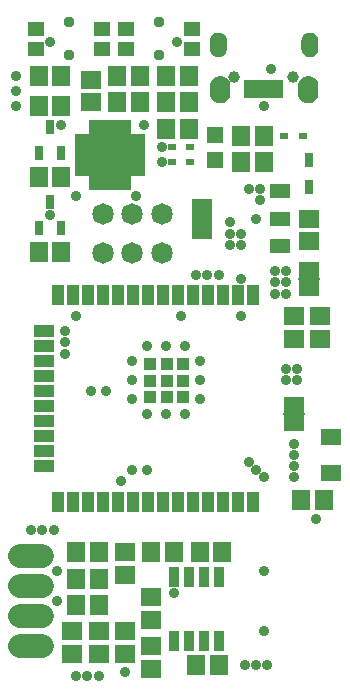
<source format=gts>
G75*
%MOIN*%
%OFA0B0*%
%FSLAX25Y25*%
%IPPOS*%
%LPD*%
%AMOC8*
5,1,8,0,0,1.08239X$1,22.5*
%
%ADD10R,0.06706X0.05918*%
%ADD11R,0.05918X0.06706*%
%ADD12R,0.04737X0.01981*%
%ADD13R,0.01981X0.04737*%
%ADD14R,0.13989X0.13989*%
%ADD15R,0.03044X0.02454*%
%ADD16R,0.05524X0.05524*%
%ADD17R,0.06509X0.04540*%
%ADD18R,0.06509X0.13595*%
%ADD19R,0.05524X0.04737*%
%ADD20C,0.03753*%
%ADD21R,0.03162X0.05131*%
%ADD22R,0.02769X0.05032*%
%ADD23R,0.07100X0.05400*%
%ADD24R,0.07200X0.00600*%
%ADD25R,0.02572X0.05918*%
%ADD26C,0.03950*%
%ADD27C,0.00039*%
%ADD28R,0.04343X0.06706*%
%ADD29R,0.06706X0.04343*%
%ADD30R,0.04343X0.04343*%
%ADD31C,0.07178*%
%ADD32C,0.08000*%
%ADD33R,0.03359X0.06816*%
%ADD34R,0.07099X0.05524*%
%ADD35C,0.03556*%
D10*
X0026250Y0012510D03*
X0026250Y0019990D03*
X0035000Y0019990D03*
X0035000Y0012510D03*
X0043750Y0012510D03*
X0043750Y0019990D03*
X0052500Y0023760D03*
X0052500Y0031240D03*
X0043750Y0038760D03*
X0043750Y0046240D03*
X0052500Y0014990D03*
X0052500Y0007510D03*
X0100000Y0117510D03*
X0100000Y0124990D03*
X0108750Y0124990D03*
X0108750Y0117510D03*
X0105000Y0150010D03*
X0105000Y0157490D03*
X0032500Y0196260D03*
X0032500Y0203740D03*
D11*
X0041260Y0205000D03*
X0041260Y0196250D03*
X0048740Y0196250D03*
X0048740Y0205000D03*
X0057510Y0205000D03*
X0064990Y0205000D03*
X0064990Y0196250D03*
X0057510Y0196250D03*
X0057510Y0187500D03*
X0064990Y0187500D03*
X0082510Y0185000D03*
X0089990Y0185000D03*
X0089990Y0176250D03*
X0082510Y0176250D03*
X0022490Y0171250D03*
X0015010Y0171250D03*
X0015010Y0195000D03*
X0015010Y0205000D03*
X0022490Y0205000D03*
X0022490Y0195000D03*
X0022490Y0146250D03*
X0015010Y0146250D03*
X0027510Y0046250D03*
X0027510Y0037500D03*
X0034990Y0037500D03*
X0034990Y0046250D03*
X0034990Y0028750D03*
X0027510Y0028750D03*
X0052510Y0046250D03*
X0059990Y0046250D03*
X0068760Y0046250D03*
X0076240Y0046250D03*
X0102510Y0063750D03*
X0109990Y0063750D03*
X0074990Y0008750D03*
X0067510Y0008750D03*
D12*
X0048002Y0172844D03*
X0048002Y0174813D03*
X0048002Y0176781D03*
X0048002Y0178750D03*
X0048002Y0180719D03*
X0048002Y0182687D03*
X0048002Y0184656D03*
X0029498Y0184656D03*
X0029498Y0182687D03*
X0029498Y0180719D03*
X0029498Y0178750D03*
X0029498Y0176781D03*
X0029498Y0174813D03*
X0029498Y0172844D03*
D13*
X0032844Y0169498D03*
X0034813Y0169498D03*
X0036781Y0169498D03*
X0038750Y0169498D03*
X0040719Y0169498D03*
X0042687Y0169498D03*
X0044656Y0169498D03*
X0044656Y0188002D03*
X0042687Y0188002D03*
X0040719Y0188002D03*
X0038750Y0188002D03*
X0036781Y0188002D03*
X0034813Y0188002D03*
X0032844Y0188002D03*
D14*
X0038750Y0178750D03*
D15*
X0059449Y0176250D03*
X0059449Y0181250D03*
X0065551Y0181250D03*
X0065551Y0176250D03*
X0096949Y0185000D03*
X0103051Y0185000D03*
D16*
X0073750Y0185384D03*
X0073750Y0177116D03*
D17*
X0095492Y0166516D03*
X0095492Y0157500D03*
X0095492Y0148484D03*
D18*
X0069508Y0157500D03*
D19*
X0066024Y0214154D03*
X0066024Y0220846D03*
X0043976Y0220846D03*
X0043976Y0214154D03*
X0036024Y0214154D03*
X0036024Y0220846D03*
X0013976Y0220846D03*
X0013976Y0214154D03*
D20*
X0025000Y0212087D03*
X0025000Y0222913D03*
X0055000Y0222913D03*
X0055000Y0212087D03*
D21*
X0022490Y0179419D03*
X0015010Y0179419D03*
X0018750Y0188081D03*
X0018750Y0163081D03*
X0015010Y0154419D03*
X0022490Y0154419D03*
D22*
X0105000Y0167925D03*
X0105000Y0177075D03*
D23*
X0105000Y0140500D03*
X0105000Y0134500D03*
X0100000Y0095500D03*
X0100000Y0089500D03*
D24*
X0100000Y0092500D03*
X0105000Y0137500D03*
D25*
X0095118Y0200583D03*
X0092559Y0200583D03*
X0090000Y0200583D03*
X0087441Y0200583D03*
X0084882Y0200583D03*
D26*
X0080157Y0204717D03*
X0099843Y0204717D03*
D27*
X0101994Y0203499D02*
X0107337Y0203499D01*
X0107359Y0203461D02*
X0101972Y0203461D01*
X0101950Y0203423D02*
X0107380Y0203423D01*
X0107402Y0203385D02*
X0101928Y0203385D01*
X0101906Y0203347D02*
X0107424Y0203347D01*
X0107446Y0203309D02*
X0101885Y0203309D01*
X0101863Y0203272D02*
X0107468Y0203272D01*
X0107490Y0203234D02*
X0101841Y0203234D01*
X0101819Y0203196D02*
X0107512Y0203196D01*
X0107534Y0203158D02*
X0101797Y0203158D01*
X0101775Y0203120D02*
X0107555Y0203120D01*
X0107577Y0203082D02*
X0101753Y0203082D01*
X0101732Y0203044D02*
X0107599Y0203044D01*
X0107621Y0203006D02*
X0101710Y0203006D01*
X0101698Y0202986D02*
X0102038Y0203574D01*
X0102492Y0204079D01*
X0103041Y0204478D01*
X0103662Y0204754D01*
X0104326Y0204896D01*
X0105005Y0204896D01*
X0105669Y0204754D01*
X0106289Y0204478D01*
X0106839Y0204079D01*
X0107293Y0203574D01*
X0107633Y0202986D01*
X0107842Y0202341D01*
X0107913Y0201665D01*
X0107913Y0199500D01*
X0107842Y0198825D01*
X0107633Y0198179D01*
X0107293Y0197591D01*
X0106839Y0197086D01*
X0106289Y0196687D01*
X0105669Y0196411D01*
X0105005Y0196270D01*
X0104326Y0196270D01*
X0103662Y0196411D01*
X0103041Y0196687D01*
X0102492Y0197086D01*
X0102038Y0197591D01*
X0101698Y0198179D01*
X0101488Y0198825D01*
X0101417Y0199500D01*
X0101417Y0201665D01*
X0101488Y0202341D01*
X0101698Y0202986D01*
X0101692Y0202969D02*
X0107638Y0202969D01*
X0107651Y0202931D02*
X0101680Y0202931D01*
X0101668Y0202893D02*
X0107663Y0202893D01*
X0107675Y0202855D02*
X0101655Y0202855D01*
X0101643Y0202817D02*
X0107688Y0202817D01*
X0107700Y0202779D02*
X0101631Y0202779D01*
X0101618Y0202741D02*
X0107712Y0202741D01*
X0107725Y0202703D02*
X0101606Y0202703D01*
X0101594Y0202665D02*
X0107737Y0202665D01*
X0107749Y0202628D02*
X0101582Y0202628D01*
X0101569Y0202590D02*
X0107761Y0202590D01*
X0107774Y0202552D02*
X0101557Y0202552D01*
X0101545Y0202514D02*
X0107786Y0202514D01*
X0107798Y0202476D02*
X0101532Y0202476D01*
X0101520Y0202438D02*
X0107811Y0202438D01*
X0107823Y0202400D02*
X0101508Y0202400D01*
X0101495Y0202362D02*
X0107835Y0202362D01*
X0107844Y0202325D02*
X0101487Y0202325D01*
X0101483Y0202287D02*
X0107848Y0202287D01*
X0107852Y0202249D02*
X0101479Y0202249D01*
X0101475Y0202211D02*
X0107856Y0202211D01*
X0107860Y0202173D02*
X0101471Y0202173D01*
X0101467Y0202135D02*
X0107864Y0202135D01*
X0107868Y0202097D02*
X0101463Y0202097D01*
X0101459Y0202059D02*
X0107872Y0202059D01*
X0107876Y0202021D02*
X0101455Y0202021D01*
X0101451Y0201984D02*
X0107880Y0201984D01*
X0107884Y0201946D02*
X0101447Y0201946D01*
X0101443Y0201908D02*
X0107888Y0201908D01*
X0107892Y0201870D02*
X0101439Y0201870D01*
X0101435Y0201832D02*
X0107896Y0201832D01*
X0107900Y0201794D02*
X0101431Y0201794D01*
X0101427Y0201756D02*
X0107904Y0201756D01*
X0107908Y0201718D02*
X0101423Y0201718D01*
X0101419Y0201681D02*
X0107912Y0201681D01*
X0107913Y0201643D02*
X0101417Y0201643D01*
X0101417Y0201605D02*
X0107913Y0201605D01*
X0107913Y0201567D02*
X0101417Y0201567D01*
X0101417Y0201529D02*
X0107913Y0201529D01*
X0107913Y0201491D02*
X0101417Y0201491D01*
X0101417Y0201453D02*
X0107913Y0201453D01*
X0107913Y0201415D02*
X0101417Y0201415D01*
X0101417Y0201378D02*
X0107913Y0201378D01*
X0107913Y0201340D02*
X0101417Y0201340D01*
X0101417Y0201302D02*
X0107913Y0201302D01*
X0107913Y0201264D02*
X0101417Y0201264D01*
X0101417Y0201226D02*
X0107913Y0201226D01*
X0107913Y0201188D02*
X0101417Y0201188D01*
X0101417Y0201150D02*
X0107913Y0201150D01*
X0107913Y0201112D02*
X0101417Y0201112D01*
X0101417Y0201074D02*
X0107913Y0201074D01*
X0107913Y0201037D02*
X0101417Y0201037D01*
X0101417Y0200999D02*
X0107913Y0200999D01*
X0107913Y0200961D02*
X0101417Y0200961D01*
X0101417Y0200923D02*
X0107913Y0200923D01*
X0107913Y0200885D02*
X0101417Y0200885D01*
X0101417Y0200847D02*
X0107913Y0200847D01*
X0107913Y0200809D02*
X0101417Y0200809D01*
X0101417Y0200771D02*
X0107913Y0200771D01*
X0107913Y0200734D02*
X0101417Y0200734D01*
X0101417Y0200696D02*
X0107913Y0200696D01*
X0107913Y0200658D02*
X0101417Y0200658D01*
X0101417Y0200620D02*
X0107913Y0200620D01*
X0107913Y0200582D02*
X0101417Y0200582D01*
X0101417Y0200544D02*
X0107913Y0200544D01*
X0107913Y0200506D02*
X0101417Y0200506D01*
X0101417Y0200468D02*
X0107913Y0200468D01*
X0107913Y0200430D02*
X0101417Y0200430D01*
X0101417Y0200393D02*
X0107913Y0200393D01*
X0107913Y0200355D02*
X0101417Y0200355D01*
X0101417Y0200317D02*
X0107913Y0200317D01*
X0107913Y0200279D02*
X0101417Y0200279D01*
X0101417Y0200241D02*
X0107913Y0200241D01*
X0107913Y0200203D02*
X0101417Y0200203D01*
X0101417Y0200165D02*
X0107913Y0200165D01*
X0107913Y0200127D02*
X0101417Y0200127D01*
X0101417Y0200090D02*
X0107913Y0200090D01*
X0107913Y0200052D02*
X0101417Y0200052D01*
X0101417Y0200014D02*
X0107913Y0200014D01*
X0107913Y0199976D02*
X0101417Y0199976D01*
X0101417Y0199938D02*
X0107913Y0199938D01*
X0107913Y0199900D02*
X0101417Y0199900D01*
X0101417Y0199862D02*
X0107913Y0199862D01*
X0107913Y0199824D02*
X0101417Y0199824D01*
X0101417Y0199786D02*
X0107913Y0199786D01*
X0107913Y0199749D02*
X0101417Y0199749D01*
X0101417Y0199711D02*
X0107913Y0199711D01*
X0107913Y0199673D02*
X0101417Y0199673D01*
X0101417Y0199635D02*
X0107913Y0199635D01*
X0107913Y0199597D02*
X0101417Y0199597D01*
X0101417Y0199559D02*
X0107913Y0199559D01*
X0107913Y0199521D02*
X0101417Y0199521D01*
X0101419Y0199483D02*
X0107912Y0199483D01*
X0107908Y0199446D02*
X0101423Y0199446D01*
X0101427Y0199408D02*
X0107904Y0199408D01*
X0107900Y0199370D02*
X0101431Y0199370D01*
X0101435Y0199332D02*
X0107896Y0199332D01*
X0107892Y0199294D02*
X0101439Y0199294D01*
X0101443Y0199256D02*
X0107888Y0199256D01*
X0107884Y0199218D02*
X0101447Y0199218D01*
X0101451Y0199180D02*
X0107880Y0199180D01*
X0107876Y0199143D02*
X0101455Y0199143D01*
X0101459Y0199105D02*
X0107872Y0199105D01*
X0107868Y0199067D02*
X0101463Y0199067D01*
X0101467Y0199029D02*
X0107864Y0199029D01*
X0107860Y0198991D02*
X0101471Y0198991D01*
X0101475Y0198953D02*
X0107856Y0198953D01*
X0107852Y0198915D02*
X0101479Y0198915D01*
X0101483Y0198877D02*
X0107848Y0198877D01*
X0107844Y0198839D02*
X0101487Y0198839D01*
X0101496Y0198802D02*
X0107835Y0198802D01*
X0107823Y0198764D02*
X0101508Y0198764D01*
X0101520Y0198726D02*
X0107810Y0198726D01*
X0107798Y0198688D02*
X0101533Y0198688D01*
X0101545Y0198650D02*
X0107786Y0198650D01*
X0107773Y0198612D02*
X0101557Y0198612D01*
X0101570Y0198574D02*
X0107761Y0198574D01*
X0107749Y0198536D02*
X0101582Y0198536D01*
X0101594Y0198499D02*
X0107736Y0198499D01*
X0107724Y0198461D02*
X0101607Y0198461D01*
X0101619Y0198423D02*
X0107712Y0198423D01*
X0107700Y0198385D02*
X0101631Y0198385D01*
X0101644Y0198347D02*
X0107687Y0198347D01*
X0107675Y0198309D02*
X0101656Y0198309D01*
X0101668Y0198271D02*
X0107663Y0198271D01*
X0107650Y0198233D02*
X0101680Y0198233D01*
X0101693Y0198195D02*
X0107638Y0198195D01*
X0107620Y0198158D02*
X0101710Y0198158D01*
X0101732Y0198120D02*
X0107598Y0198120D01*
X0107577Y0198082D02*
X0101754Y0198082D01*
X0101776Y0198044D02*
X0107555Y0198044D01*
X0107533Y0198006D02*
X0101798Y0198006D01*
X0101820Y0197968D02*
X0107511Y0197968D01*
X0107489Y0197930D02*
X0101842Y0197930D01*
X0101864Y0197892D02*
X0107467Y0197892D01*
X0107445Y0197855D02*
X0101885Y0197855D01*
X0101907Y0197817D02*
X0107423Y0197817D01*
X0107402Y0197779D02*
X0101929Y0197779D01*
X0101951Y0197741D02*
X0107380Y0197741D01*
X0107358Y0197703D02*
X0101973Y0197703D01*
X0101995Y0197665D02*
X0107336Y0197665D01*
X0107314Y0197627D02*
X0102017Y0197627D01*
X0102039Y0197589D02*
X0107292Y0197589D01*
X0107258Y0197551D02*
X0102073Y0197551D01*
X0102107Y0197514D02*
X0107224Y0197514D01*
X0107189Y0197476D02*
X0102141Y0197476D01*
X0102175Y0197438D02*
X0107155Y0197438D01*
X0107121Y0197400D02*
X0102210Y0197400D01*
X0102244Y0197362D02*
X0107087Y0197362D01*
X0107053Y0197324D02*
X0102278Y0197324D01*
X0102312Y0197286D02*
X0107019Y0197286D01*
X0106985Y0197248D02*
X0102346Y0197248D01*
X0102380Y0197211D02*
X0106951Y0197211D01*
X0106917Y0197173D02*
X0102414Y0197173D01*
X0102448Y0197135D02*
X0106882Y0197135D01*
X0106848Y0197097D02*
X0102482Y0197097D01*
X0102529Y0197059D02*
X0106801Y0197059D01*
X0106749Y0197021D02*
X0102582Y0197021D01*
X0102634Y0196983D02*
X0106697Y0196983D01*
X0106645Y0196945D02*
X0102686Y0196945D01*
X0102738Y0196908D02*
X0106593Y0196908D01*
X0106541Y0196870D02*
X0102790Y0196870D01*
X0102842Y0196832D02*
X0106488Y0196832D01*
X0106436Y0196794D02*
X0102894Y0196794D01*
X0102947Y0196756D02*
X0106384Y0196756D01*
X0106332Y0196718D02*
X0102999Y0196718D01*
X0103057Y0196680D02*
X0106274Y0196680D01*
X0106189Y0196642D02*
X0103142Y0196642D01*
X0103227Y0196604D02*
X0106104Y0196604D01*
X0106019Y0196567D02*
X0103312Y0196567D01*
X0103397Y0196529D02*
X0105934Y0196529D01*
X0105848Y0196491D02*
X0103482Y0196491D01*
X0103567Y0196453D02*
X0105763Y0196453D01*
X0105678Y0196415D02*
X0103652Y0196415D01*
X0103821Y0196377D02*
X0105510Y0196377D01*
X0105332Y0196339D02*
X0103999Y0196339D01*
X0104177Y0196301D02*
X0105154Y0196301D01*
X0107315Y0203537D02*
X0102016Y0203537D01*
X0102038Y0203575D02*
X0107293Y0203575D01*
X0107259Y0203613D02*
X0102072Y0203613D01*
X0102106Y0203650D02*
X0107225Y0203650D01*
X0107191Y0203688D02*
X0102140Y0203688D01*
X0102174Y0203726D02*
X0107156Y0203726D01*
X0107122Y0203764D02*
X0102208Y0203764D01*
X0102242Y0203802D02*
X0107088Y0203802D01*
X0107054Y0203840D02*
X0102277Y0203840D01*
X0102311Y0203878D02*
X0107020Y0203878D01*
X0106986Y0203916D02*
X0102345Y0203916D01*
X0102379Y0203953D02*
X0106952Y0203953D01*
X0106918Y0203991D02*
X0102413Y0203991D01*
X0102447Y0204029D02*
X0106884Y0204029D01*
X0106850Y0204067D02*
X0102481Y0204067D01*
X0102528Y0204105D02*
X0106803Y0204105D01*
X0106751Y0204143D02*
X0102580Y0204143D01*
X0102632Y0204181D02*
X0106699Y0204181D01*
X0106647Y0204219D02*
X0102684Y0204219D01*
X0102736Y0204256D02*
X0106595Y0204256D01*
X0106542Y0204294D02*
X0102788Y0204294D01*
X0102840Y0204332D02*
X0106490Y0204332D01*
X0106438Y0204370D02*
X0102893Y0204370D01*
X0102945Y0204408D02*
X0106386Y0204408D01*
X0106334Y0204446D02*
X0102997Y0204446D01*
X0103054Y0204484D02*
X0106277Y0204484D01*
X0106192Y0204522D02*
X0103139Y0204522D01*
X0103224Y0204560D02*
X0106107Y0204560D01*
X0106022Y0204597D02*
X0103309Y0204597D01*
X0103394Y0204635D02*
X0105937Y0204635D01*
X0105851Y0204673D02*
X0103479Y0204673D01*
X0103564Y0204711D02*
X0105766Y0204711D01*
X0105681Y0204749D02*
X0103649Y0204749D01*
X0103814Y0204787D02*
X0105517Y0204787D01*
X0105338Y0204825D02*
X0103992Y0204825D01*
X0104171Y0204863D02*
X0105160Y0204863D01*
X0104978Y0211621D02*
X0104435Y0211736D01*
X0103927Y0211962D01*
X0103478Y0212289D01*
X0103106Y0212702D01*
X0102828Y0213183D01*
X0102656Y0213711D01*
X0102598Y0214264D01*
X0102598Y0216823D01*
X0102656Y0217375D01*
X0102828Y0217904D01*
X0103106Y0218385D01*
X0103478Y0218798D01*
X0103927Y0219124D01*
X0104435Y0219350D01*
X0104978Y0219466D01*
X0105534Y0219466D01*
X0106077Y0219350D01*
X0106585Y0219124D01*
X0107034Y0218798D01*
X0107406Y0218385D01*
X0107684Y0217904D01*
X0107855Y0217375D01*
X0107913Y0216823D01*
X0107913Y0214264D01*
X0107855Y0213711D01*
X0107684Y0213183D01*
X0107406Y0212702D01*
X0107034Y0212289D01*
X0106585Y0211962D01*
X0106077Y0211736D01*
X0105534Y0211621D01*
X0104978Y0211621D01*
X0104872Y0211643D02*
X0105640Y0211643D01*
X0105818Y0211681D02*
X0104694Y0211681D01*
X0104516Y0211719D02*
X0105996Y0211719D01*
X0106123Y0211757D02*
X0104388Y0211757D01*
X0104303Y0211795D02*
X0106209Y0211795D01*
X0106294Y0211833D02*
X0104218Y0211833D01*
X0104133Y0211871D02*
X0106379Y0211871D01*
X0106464Y0211909D02*
X0104048Y0211909D01*
X0103963Y0211946D02*
X0106549Y0211946D01*
X0106615Y0211984D02*
X0103897Y0211984D01*
X0103845Y0212022D02*
X0106667Y0212022D01*
X0106719Y0212060D02*
X0103793Y0212060D01*
X0103741Y0212098D02*
X0106771Y0212098D01*
X0106823Y0212136D02*
X0103688Y0212136D01*
X0103636Y0212174D02*
X0106876Y0212174D01*
X0106928Y0212212D02*
X0103584Y0212212D01*
X0103532Y0212249D02*
X0106980Y0212249D01*
X0107032Y0212287D02*
X0103480Y0212287D01*
X0103445Y0212325D02*
X0107067Y0212325D01*
X0107101Y0212363D02*
X0103411Y0212363D01*
X0103377Y0212401D02*
X0107135Y0212401D01*
X0107169Y0212439D02*
X0103343Y0212439D01*
X0103309Y0212477D02*
X0107203Y0212477D01*
X0107237Y0212515D02*
X0103274Y0212515D01*
X0103240Y0212553D02*
X0107271Y0212553D01*
X0107306Y0212590D02*
X0103206Y0212590D01*
X0103172Y0212628D02*
X0107340Y0212628D01*
X0107374Y0212666D02*
X0103138Y0212666D01*
X0103105Y0212704D02*
X0107407Y0212704D01*
X0107429Y0212742D02*
X0103083Y0212742D01*
X0103061Y0212780D02*
X0107451Y0212780D01*
X0107473Y0212818D02*
X0103039Y0212818D01*
X0103017Y0212856D02*
X0107495Y0212856D01*
X0107517Y0212893D02*
X0102995Y0212893D01*
X0102973Y0212931D02*
X0107538Y0212931D01*
X0107560Y0212969D02*
X0102952Y0212969D01*
X0102930Y0213007D02*
X0107582Y0213007D01*
X0107604Y0213045D02*
X0102908Y0213045D01*
X0102886Y0213083D02*
X0107626Y0213083D01*
X0107648Y0213121D02*
X0102864Y0213121D01*
X0102842Y0213159D02*
X0107670Y0213159D01*
X0107688Y0213197D02*
X0102824Y0213197D01*
X0102811Y0213234D02*
X0107700Y0213234D01*
X0107713Y0213272D02*
X0102799Y0213272D01*
X0102787Y0213310D02*
X0107725Y0213310D01*
X0107737Y0213348D02*
X0102775Y0213348D01*
X0102762Y0213386D02*
X0107750Y0213386D01*
X0107762Y0213424D02*
X0102750Y0213424D01*
X0102738Y0213462D02*
X0107774Y0213462D01*
X0107787Y0213500D02*
X0102725Y0213500D01*
X0102713Y0213537D02*
X0107799Y0213537D01*
X0107811Y0213575D02*
X0102701Y0213575D01*
X0102688Y0213613D02*
X0107823Y0213613D01*
X0107836Y0213651D02*
X0102676Y0213651D01*
X0102664Y0213689D02*
X0107848Y0213689D01*
X0107857Y0213727D02*
X0102655Y0213727D01*
X0102651Y0213765D02*
X0107861Y0213765D01*
X0107865Y0213803D02*
X0102647Y0213803D01*
X0102643Y0213840D02*
X0107869Y0213840D01*
X0107873Y0213878D02*
X0102639Y0213878D01*
X0102635Y0213916D02*
X0107877Y0213916D01*
X0107881Y0213954D02*
X0102631Y0213954D01*
X0102627Y0213992D02*
X0107885Y0213992D01*
X0107889Y0214030D02*
X0102623Y0214030D01*
X0102619Y0214068D02*
X0107893Y0214068D01*
X0107897Y0214106D02*
X0102615Y0214106D01*
X0102611Y0214144D02*
X0107901Y0214144D01*
X0107905Y0214181D02*
X0102607Y0214181D01*
X0102603Y0214219D02*
X0107909Y0214219D01*
X0107913Y0214257D02*
X0102599Y0214257D01*
X0102598Y0214295D02*
X0107913Y0214295D01*
X0107913Y0214333D02*
X0102598Y0214333D01*
X0102598Y0214371D02*
X0107913Y0214371D01*
X0107913Y0214409D02*
X0102598Y0214409D01*
X0102598Y0214447D02*
X0107913Y0214447D01*
X0107913Y0214484D02*
X0102598Y0214484D01*
X0102598Y0214522D02*
X0107913Y0214522D01*
X0107913Y0214560D02*
X0102598Y0214560D01*
X0102598Y0214598D02*
X0107913Y0214598D01*
X0107913Y0214636D02*
X0102598Y0214636D01*
X0102598Y0214674D02*
X0107913Y0214674D01*
X0107913Y0214712D02*
X0102598Y0214712D01*
X0102598Y0214750D02*
X0107913Y0214750D01*
X0107913Y0214788D02*
X0102598Y0214788D01*
X0102598Y0214825D02*
X0107913Y0214825D01*
X0107913Y0214863D02*
X0102598Y0214863D01*
X0102598Y0214901D02*
X0107913Y0214901D01*
X0107913Y0214939D02*
X0102598Y0214939D01*
X0102598Y0214977D02*
X0107913Y0214977D01*
X0107913Y0215015D02*
X0102598Y0215015D01*
X0102598Y0215053D02*
X0107913Y0215053D01*
X0107913Y0215091D02*
X0102598Y0215091D01*
X0102598Y0215128D02*
X0107913Y0215128D01*
X0107913Y0215166D02*
X0102598Y0215166D01*
X0102598Y0215204D02*
X0107913Y0215204D01*
X0107913Y0215242D02*
X0102598Y0215242D01*
X0102598Y0215280D02*
X0107913Y0215280D01*
X0107913Y0215318D02*
X0102598Y0215318D01*
X0102598Y0215356D02*
X0107913Y0215356D01*
X0107913Y0215394D02*
X0102598Y0215394D01*
X0102598Y0215432D02*
X0107913Y0215432D01*
X0107913Y0215469D02*
X0102598Y0215469D01*
X0102598Y0215507D02*
X0107913Y0215507D01*
X0107913Y0215545D02*
X0102598Y0215545D01*
X0102598Y0215583D02*
X0107913Y0215583D01*
X0107913Y0215621D02*
X0102598Y0215621D01*
X0102598Y0215659D02*
X0107913Y0215659D01*
X0107913Y0215697D02*
X0102598Y0215697D01*
X0102598Y0215735D02*
X0107913Y0215735D01*
X0107913Y0215772D02*
X0102598Y0215772D01*
X0102598Y0215810D02*
X0107913Y0215810D01*
X0107913Y0215848D02*
X0102598Y0215848D01*
X0102598Y0215886D02*
X0107913Y0215886D01*
X0107913Y0215924D02*
X0102598Y0215924D01*
X0102598Y0215962D02*
X0107913Y0215962D01*
X0107913Y0216000D02*
X0102598Y0216000D01*
X0102598Y0216038D02*
X0107913Y0216038D01*
X0107913Y0216075D02*
X0102598Y0216075D01*
X0102598Y0216113D02*
X0107913Y0216113D01*
X0107913Y0216151D02*
X0102598Y0216151D01*
X0102598Y0216189D02*
X0107913Y0216189D01*
X0107913Y0216227D02*
X0102598Y0216227D01*
X0102598Y0216265D02*
X0107913Y0216265D01*
X0107913Y0216303D02*
X0102598Y0216303D01*
X0102598Y0216341D02*
X0107913Y0216341D01*
X0107913Y0216379D02*
X0102598Y0216379D01*
X0102598Y0216416D02*
X0107913Y0216416D01*
X0107913Y0216454D02*
X0102598Y0216454D01*
X0102598Y0216492D02*
X0107913Y0216492D01*
X0107913Y0216530D02*
X0102598Y0216530D01*
X0102598Y0216568D02*
X0107913Y0216568D01*
X0107913Y0216606D02*
X0102598Y0216606D01*
X0102598Y0216644D02*
X0107913Y0216644D01*
X0107913Y0216682D02*
X0102598Y0216682D01*
X0102598Y0216719D02*
X0107913Y0216719D01*
X0107913Y0216757D02*
X0102598Y0216757D01*
X0102598Y0216795D02*
X0107913Y0216795D01*
X0107912Y0216833D02*
X0102599Y0216833D01*
X0102603Y0216871D02*
X0107908Y0216871D01*
X0107904Y0216909D02*
X0102607Y0216909D01*
X0102611Y0216947D02*
X0107900Y0216947D01*
X0107896Y0216985D02*
X0102615Y0216985D01*
X0102619Y0217023D02*
X0107892Y0217023D01*
X0107888Y0217060D02*
X0102623Y0217060D01*
X0102627Y0217098D02*
X0107884Y0217098D01*
X0107880Y0217136D02*
X0102631Y0217136D01*
X0102635Y0217174D02*
X0107876Y0217174D01*
X0107872Y0217212D02*
X0102639Y0217212D01*
X0102643Y0217250D02*
X0107869Y0217250D01*
X0107865Y0217288D02*
X0102647Y0217288D01*
X0102651Y0217326D02*
X0107861Y0217326D01*
X0107857Y0217363D02*
X0102655Y0217363D01*
X0102665Y0217401D02*
X0107847Y0217401D01*
X0107835Y0217439D02*
X0102677Y0217439D01*
X0102690Y0217477D02*
X0107822Y0217477D01*
X0107810Y0217515D02*
X0102702Y0217515D01*
X0102714Y0217553D02*
X0107798Y0217553D01*
X0107785Y0217591D02*
X0102726Y0217591D01*
X0102739Y0217629D02*
X0107773Y0217629D01*
X0107761Y0217667D02*
X0102751Y0217667D01*
X0102763Y0217704D02*
X0107748Y0217704D01*
X0107736Y0217742D02*
X0102776Y0217742D01*
X0102788Y0217780D02*
X0107724Y0217780D01*
X0107711Y0217818D02*
X0102800Y0217818D01*
X0102813Y0217856D02*
X0107699Y0217856D01*
X0107687Y0217894D02*
X0102825Y0217894D01*
X0102844Y0217932D02*
X0107667Y0217932D01*
X0107646Y0217970D02*
X0102866Y0217970D01*
X0102888Y0218007D02*
X0107624Y0218007D01*
X0107602Y0218045D02*
X0102910Y0218045D01*
X0102932Y0218083D02*
X0107580Y0218083D01*
X0107558Y0218121D02*
X0102954Y0218121D01*
X0102976Y0218159D02*
X0107536Y0218159D01*
X0107514Y0218197D02*
X0102997Y0218197D01*
X0103019Y0218235D02*
X0107493Y0218235D01*
X0107471Y0218273D02*
X0103041Y0218273D01*
X0103063Y0218310D02*
X0107449Y0218310D01*
X0107427Y0218348D02*
X0103085Y0218348D01*
X0103107Y0218386D02*
X0107405Y0218386D01*
X0107370Y0218424D02*
X0103141Y0218424D01*
X0103175Y0218462D02*
X0107336Y0218462D01*
X0107302Y0218500D02*
X0103210Y0218500D01*
X0103244Y0218538D02*
X0107268Y0218538D01*
X0107234Y0218576D02*
X0103278Y0218576D01*
X0103312Y0218614D02*
X0107200Y0218614D01*
X0107166Y0218651D02*
X0103346Y0218651D01*
X0103380Y0218689D02*
X0107132Y0218689D01*
X0107098Y0218727D02*
X0103414Y0218727D01*
X0103448Y0218765D02*
X0107063Y0218765D01*
X0107027Y0218803D02*
X0103485Y0218803D01*
X0103537Y0218841D02*
X0106975Y0218841D01*
X0106923Y0218879D02*
X0103589Y0218879D01*
X0103641Y0218917D02*
X0106870Y0218917D01*
X0106818Y0218954D02*
X0103693Y0218954D01*
X0103746Y0218992D02*
X0106766Y0218992D01*
X0106714Y0219030D02*
X0103798Y0219030D01*
X0103850Y0219068D02*
X0106662Y0219068D01*
X0106610Y0219106D02*
X0103902Y0219106D01*
X0103971Y0219144D02*
X0106541Y0219144D01*
X0106456Y0219182D02*
X0104056Y0219182D01*
X0104141Y0219220D02*
X0106370Y0219220D01*
X0106285Y0219258D02*
X0104226Y0219258D01*
X0104312Y0219295D02*
X0106200Y0219295D01*
X0106115Y0219333D02*
X0104397Y0219333D01*
X0104533Y0219371D02*
X0105979Y0219371D01*
X0105800Y0219409D02*
X0104711Y0219409D01*
X0104890Y0219447D02*
X0105622Y0219447D01*
X0078302Y0202986D02*
X0078512Y0202341D01*
X0078583Y0201665D01*
X0078583Y0199500D01*
X0078512Y0198825D01*
X0078302Y0198179D01*
X0077962Y0197591D01*
X0077508Y0197086D01*
X0076959Y0196687D01*
X0076338Y0196411D01*
X0075674Y0196270D01*
X0074995Y0196270D01*
X0074331Y0196411D01*
X0073711Y0196687D01*
X0073161Y0197086D01*
X0072707Y0197591D01*
X0072367Y0198179D01*
X0072158Y0198825D01*
X0072087Y0199500D01*
X0072087Y0201665D01*
X0072158Y0202341D01*
X0072367Y0202986D01*
X0072707Y0203574D01*
X0073161Y0204079D01*
X0073711Y0204478D01*
X0074331Y0204754D01*
X0074995Y0204896D01*
X0075674Y0204896D01*
X0076338Y0204754D01*
X0076959Y0204478D01*
X0077508Y0204079D01*
X0077962Y0203574D01*
X0078302Y0202986D01*
X0078308Y0202969D02*
X0072362Y0202969D01*
X0072349Y0202931D02*
X0078320Y0202931D01*
X0078332Y0202893D02*
X0072337Y0202893D01*
X0072325Y0202855D02*
X0078345Y0202855D01*
X0078357Y0202817D02*
X0072312Y0202817D01*
X0072300Y0202779D02*
X0078369Y0202779D01*
X0078382Y0202741D02*
X0072288Y0202741D01*
X0072275Y0202703D02*
X0078394Y0202703D01*
X0078406Y0202665D02*
X0072263Y0202665D01*
X0072251Y0202628D02*
X0078418Y0202628D01*
X0078431Y0202590D02*
X0072239Y0202590D01*
X0072226Y0202552D02*
X0078443Y0202552D01*
X0078455Y0202514D02*
X0072214Y0202514D01*
X0072202Y0202476D02*
X0078468Y0202476D01*
X0078480Y0202438D02*
X0072189Y0202438D01*
X0072177Y0202400D02*
X0078492Y0202400D01*
X0078505Y0202362D02*
X0072165Y0202362D01*
X0072156Y0202325D02*
X0078513Y0202325D01*
X0078517Y0202287D02*
X0072152Y0202287D01*
X0072148Y0202249D02*
X0078521Y0202249D01*
X0078525Y0202211D02*
X0072144Y0202211D01*
X0072140Y0202173D02*
X0078529Y0202173D01*
X0078533Y0202135D02*
X0072136Y0202135D01*
X0072132Y0202097D02*
X0078537Y0202097D01*
X0078541Y0202059D02*
X0072128Y0202059D01*
X0072124Y0202021D02*
X0078545Y0202021D01*
X0078549Y0201984D02*
X0072120Y0201984D01*
X0072116Y0201946D02*
X0078553Y0201946D01*
X0078557Y0201908D02*
X0072112Y0201908D01*
X0072108Y0201870D02*
X0078561Y0201870D01*
X0078565Y0201832D02*
X0072104Y0201832D01*
X0072100Y0201794D02*
X0078569Y0201794D01*
X0078573Y0201756D02*
X0072096Y0201756D01*
X0072092Y0201718D02*
X0078577Y0201718D01*
X0078581Y0201681D02*
X0072088Y0201681D01*
X0072087Y0201643D02*
X0078583Y0201643D01*
X0078583Y0201605D02*
X0072087Y0201605D01*
X0072087Y0201567D02*
X0078583Y0201567D01*
X0078583Y0201529D02*
X0072087Y0201529D01*
X0072087Y0201491D02*
X0078583Y0201491D01*
X0078583Y0201453D02*
X0072087Y0201453D01*
X0072087Y0201415D02*
X0078583Y0201415D01*
X0078583Y0201378D02*
X0072087Y0201378D01*
X0072087Y0201340D02*
X0078583Y0201340D01*
X0078583Y0201302D02*
X0072087Y0201302D01*
X0072087Y0201264D02*
X0078583Y0201264D01*
X0078583Y0201226D02*
X0072087Y0201226D01*
X0072087Y0201188D02*
X0078583Y0201188D01*
X0078583Y0201150D02*
X0072087Y0201150D01*
X0072087Y0201112D02*
X0078583Y0201112D01*
X0078583Y0201074D02*
X0072087Y0201074D01*
X0072087Y0201037D02*
X0078583Y0201037D01*
X0078583Y0200999D02*
X0072087Y0200999D01*
X0072087Y0200961D02*
X0078583Y0200961D01*
X0078583Y0200923D02*
X0072087Y0200923D01*
X0072087Y0200885D02*
X0078583Y0200885D01*
X0078583Y0200847D02*
X0072087Y0200847D01*
X0072087Y0200809D02*
X0078583Y0200809D01*
X0078583Y0200771D02*
X0072087Y0200771D01*
X0072087Y0200734D02*
X0078583Y0200734D01*
X0078583Y0200696D02*
X0072087Y0200696D01*
X0072087Y0200658D02*
X0078583Y0200658D01*
X0078583Y0200620D02*
X0072087Y0200620D01*
X0072087Y0200582D02*
X0078583Y0200582D01*
X0078583Y0200544D02*
X0072087Y0200544D01*
X0072087Y0200506D02*
X0078583Y0200506D01*
X0078583Y0200468D02*
X0072087Y0200468D01*
X0072087Y0200430D02*
X0078583Y0200430D01*
X0078583Y0200393D02*
X0072087Y0200393D01*
X0072087Y0200355D02*
X0078583Y0200355D01*
X0078583Y0200317D02*
X0072087Y0200317D01*
X0072087Y0200279D02*
X0078583Y0200279D01*
X0078583Y0200241D02*
X0072087Y0200241D01*
X0072087Y0200203D02*
X0078583Y0200203D01*
X0078583Y0200165D02*
X0072087Y0200165D01*
X0072087Y0200127D02*
X0078583Y0200127D01*
X0078583Y0200090D02*
X0072087Y0200090D01*
X0072087Y0200052D02*
X0078583Y0200052D01*
X0078583Y0200014D02*
X0072087Y0200014D01*
X0072087Y0199976D02*
X0078583Y0199976D01*
X0078583Y0199938D02*
X0072087Y0199938D01*
X0072087Y0199900D02*
X0078583Y0199900D01*
X0078583Y0199862D02*
X0072087Y0199862D01*
X0072087Y0199824D02*
X0078583Y0199824D01*
X0078583Y0199786D02*
X0072087Y0199786D01*
X0072087Y0199749D02*
X0078583Y0199749D01*
X0078583Y0199711D02*
X0072087Y0199711D01*
X0072087Y0199673D02*
X0078583Y0199673D01*
X0078583Y0199635D02*
X0072087Y0199635D01*
X0072087Y0199597D02*
X0078583Y0199597D01*
X0078583Y0199559D02*
X0072087Y0199559D01*
X0072087Y0199521D02*
X0078583Y0199521D01*
X0078581Y0199483D02*
X0072088Y0199483D01*
X0072092Y0199446D02*
X0078577Y0199446D01*
X0078573Y0199408D02*
X0072096Y0199408D01*
X0072100Y0199370D02*
X0078569Y0199370D01*
X0078565Y0199332D02*
X0072104Y0199332D01*
X0072108Y0199294D02*
X0078561Y0199294D01*
X0078557Y0199256D02*
X0072112Y0199256D01*
X0072116Y0199218D02*
X0078553Y0199218D01*
X0078549Y0199180D02*
X0072120Y0199180D01*
X0072124Y0199143D02*
X0078545Y0199143D01*
X0078541Y0199105D02*
X0072128Y0199105D01*
X0072132Y0199067D02*
X0078537Y0199067D01*
X0078533Y0199029D02*
X0072136Y0199029D01*
X0072140Y0198991D02*
X0078529Y0198991D01*
X0078525Y0198953D02*
X0072144Y0198953D01*
X0072148Y0198915D02*
X0078521Y0198915D01*
X0078517Y0198877D02*
X0072152Y0198877D01*
X0072156Y0198839D02*
X0078513Y0198839D01*
X0078504Y0198802D02*
X0072165Y0198802D01*
X0072177Y0198764D02*
X0078492Y0198764D01*
X0078480Y0198726D02*
X0072190Y0198726D01*
X0072202Y0198688D02*
X0078467Y0198688D01*
X0078455Y0198650D02*
X0072214Y0198650D01*
X0072227Y0198612D02*
X0078443Y0198612D01*
X0078430Y0198574D02*
X0072239Y0198574D01*
X0072251Y0198536D02*
X0078418Y0198536D01*
X0078406Y0198499D02*
X0072264Y0198499D01*
X0072276Y0198461D02*
X0078393Y0198461D01*
X0078381Y0198423D02*
X0072288Y0198423D01*
X0072300Y0198385D02*
X0078369Y0198385D01*
X0078356Y0198347D02*
X0072313Y0198347D01*
X0072325Y0198309D02*
X0078344Y0198309D01*
X0078332Y0198271D02*
X0072337Y0198271D01*
X0072350Y0198233D02*
X0078320Y0198233D01*
X0078307Y0198195D02*
X0072362Y0198195D01*
X0072380Y0198158D02*
X0078290Y0198158D01*
X0078268Y0198120D02*
X0072402Y0198120D01*
X0072423Y0198082D02*
X0078246Y0198082D01*
X0078224Y0198044D02*
X0072445Y0198044D01*
X0072467Y0198006D02*
X0078202Y0198006D01*
X0078180Y0197968D02*
X0072489Y0197968D01*
X0072511Y0197930D02*
X0078158Y0197930D01*
X0078136Y0197892D02*
X0072533Y0197892D01*
X0072555Y0197855D02*
X0078115Y0197855D01*
X0078093Y0197817D02*
X0072577Y0197817D01*
X0072598Y0197779D02*
X0078071Y0197779D01*
X0078049Y0197741D02*
X0072620Y0197741D01*
X0072642Y0197703D02*
X0078027Y0197703D01*
X0078005Y0197665D02*
X0072664Y0197665D01*
X0072686Y0197627D02*
X0077983Y0197627D01*
X0077961Y0197589D02*
X0072708Y0197589D01*
X0072742Y0197551D02*
X0077927Y0197551D01*
X0077893Y0197514D02*
X0072776Y0197514D01*
X0072811Y0197476D02*
X0077859Y0197476D01*
X0077825Y0197438D02*
X0072845Y0197438D01*
X0072879Y0197400D02*
X0077790Y0197400D01*
X0077756Y0197362D02*
X0072913Y0197362D01*
X0072947Y0197324D02*
X0077722Y0197324D01*
X0077688Y0197286D02*
X0072981Y0197286D01*
X0073015Y0197248D02*
X0077654Y0197248D01*
X0077620Y0197211D02*
X0073049Y0197211D01*
X0073083Y0197173D02*
X0077586Y0197173D01*
X0077552Y0197135D02*
X0073118Y0197135D01*
X0073152Y0197097D02*
X0077518Y0197097D01*
X0077471Y0197059D02*
X0073199Y0197059D01*
X0073251Y0197021D02*
X0077418Y0197021D01*
X0077366Y0196983D02*
X0073303Y0196983D01*
X0073355Y0196945D02*
X0077314Y0196945D01*
X0077262Y0196908D02*
X0073407Y0196908D01*
X0073459Y0196870D02*
X0077210Y0196870D01*
X0077158Y0196832D02*
X0073512Y0196832D01*
X0073564Y0196794D02*
X0077106Y0196794D01*
X0077053Y0196756D02*
X0073616Y0196756D01*
X0073668Y0196718D02*
X0077001Y0196718D01*
X0076943Y0196680D02*
X0073726Y0196680D01*
X0073811Y0196642D02*
X0076858Y0196642D01*
X0076773Y0196604D02*
X0073896Y0196604D01*
X0073981Y0196567D02*
X0076688Y0196567D01*
X0076603Y0196529D02*
X0074066Y0196529D01*
X0074152Y0196491D02*
X0076518Y0196491D01*
X0076433Y0196453D02*
X0074237Y0196453D01*
X0074322Y0196415D02*
X0076348Y0196415D01*
X0076179Y0196377D02*
X0074490Y0196377D01*
X0074668Y0196339D02*
X0076001Y0196339D01*
X0075823Y0196301D02*
X0074846Y0196301D01*
X0072379Y0203006D02*
X0078290Y0203006D01*
X0078268Y0203044D02*
X0072401Y0203044D01*
X0072423Y0203082D02*
X0078247Y0203082D01*
X0078225Y0203120D02*
X0072445Y0203120D01*
X0072466Y0203158D02*
X0078203Y0203158D01*
X0078181Y0203196D02*
X0072488Y0203196D01*
X0072510Y0203234D02*
X0078159Y0203234D01*
X0078137Y0203272D02*
X0072532Y0203272D01*
X0072554Y0203309D02*
X0078115Y0203309D01*
X0078094Y0203347D02*
X0072576Y0203347D01*
X0072598Y0203385D02*
X0078072Y0203385D01*
X0078050Y0203423D02*
X0072620Y0203423D01*
X0072641Y0203461D02*
X0078028Y0203461D01*
X0078006Y0203499D02*
X0072663Y0203499D01*
X0072685Y0203537D02*
X0077984Y0203537D01*
X0077962Y0203575D02*
X0072707Y0203575D01*
X0072741Y0203613D02*
X0077928Y0203613D01*
X0077894Y0203650D02*
X0072775Y0203650D01*
X0072809Y0203688D02*
X0077860Y0203688D01*
X0077826Y0203726D02*
X0072844Y0203726D01*
X0072878Y0203764D02*
X0077792Y0203764D01*
X0077758Y0203802D02*
X0072912Y0203802D01*
X0072946Y0203840D02*
X0077723Y0203840D01*
X0077689Y0203878D02*
X0072980Y0203878D01*
X0073014Y0203916D02*
X0077655Y0203916D01*
X0077621Y0203953D02*
X0073048Y0203953D01*
X0073082Y0203991D02*
X0077587Y0203991D01*
X0077553Y0204029D02*
X0073116Y0204029D01*
X0073150Y0204067D02*
X0077519Y0204067D01*
X0077472Y0204105D02*
X0073197Y0204105D01*
X0073249Y0204143D02*
X0077420Y0204143D01*
X0077368Y0204181D02*
X0073301Y0204181D01*
X0073353Y0204219D02*
X0077316Y0204219D01*
X0077264Y0204256D02*
X0073405Y0204256D01*
X0073458Y0204294D02*
X0077212Y0204294D01*
X0077160Y0204332D02*
X0073510Y0204332D01*
X0073562Y0204370D02*
X0077107Y0204370D01*
X0077055Y0204408D02*
X0073614Y0204408D01*
X0073666Y0204446D02*
X0077003Y0204446D01*
X0076946Y0204484D02*
X0073723Y0204484D01*
X0073808Y0204522D02*
X0076861Y0204522D01*
X0076776Y0204560D02*
X0073893Y0204560D01*
X0073978Y0204597D02*
X0076691Y0204597D01*
X0076606Y0204635D02*
X0074063Y0204635D01*
X0074149Y0204673D02*
X0076521Y0204673D01*
X0076436Y0204711D02*
X0074234Y0204711D01*
X0074319Y0204749D02*
X0076351Y0204749D01*
X0076186Y0204787D02*
X0074483Y0204787D01*
X0074662Y0204825D02*
X0076008Y0204825D01*
X0075829Y0204863D02*
X0074840Y0204863D01*
X0075022Y0211621D02*
X0074466Y0211621D01*
X0073923Y0211736D01*
X0073415Y0211962D01*
X0072966Y0212289D01*
X0072594Y0212702D01*
X0072316Y0213183D01*
X0072145Y0213711D01*
X0072087Y0214264D01*
X0072087Y0216823D01*
X0072145Y0217375D01*
X0072316Y0217904D01*
X0072594Y0218385D01*
X0072966Y0218798D01*
X0073415Y0219124D01*
X0073923Y0219350D01*
X0074466Y0219466D01*
X0075022Y0219466D01*
X0075565Y0219350D01*
X0076073Y0219124D01*
X0076522Y0218798D01*
X0076894Y0218385D01*
X0077172Y0217904D01*
X0077344Y0217375D01*
X0077402Y0216823D01*
X0077402Y0214264D01*
X0077344Y0213711D01*
X0077172Y0213183D01*
X0076894Y0212702D01*
X0076522Y0212289D01*
X0076073Y0211962D01*
X0075565Y0211736D01*
X0075022Y0211621D01*
X0075128Y0211643D02*
X0074360Y0211643D01*
X0074182Y0211681D02*
X0075306Y0211681D01*
X0075484Y0211719D02*
X0074004Y0211719D01*
X0073877Y0211757D02*
X0075612Y0211757D01*
X0075697Y0211795D02*
X0073791Y0211795D01*
X0073706Y0211833D02*
X0075782Y0211833D01*
X0075867Y0211871D02*
X0073621Y0211871D01*
X0073536Y0211909D02*
X0075952Y0211909D01*
X0076037Y0211946D02*
X0073451Y0211946D01*
X0073385Y0211984D02*
X0076103Y0211984D01*
X0076155Y0212022D02*
X0073333Y0212022D01*
X0073281Y0212060D02*
X0076207Y0212060D01*
X0076259Y0212098D02*
X0073229Y0212098D01*
X0073177Y0212136D02*
X0076312Y0212136D01*
X0076364Y0212174D02*
X0073124Y0212174D01*
X0073072Y0212212D02*
X0076416Y0212212D01*
X0076468Y0212249D02*
X0073020Y0212249D01*
X0072968Y0212287D02*
X0076520Y0212287D01*
X0076555Y0212325D02*
X0072933Y0212325D01*
X0072899Y0212363D02*
X0076589Y0212363D01*
X0076623Y0212401D02*
X0072865Y0212401D01*
X0072831Y0212439D02*
X0076657Y0212439D01*
X0076691Y0212477D02*
X0072797Y0212477D01*
X0072763Y0212515D02*
X0076726Y0212515D01*
X0076760Y0212553D02*
X0072729Y0212553D01*
X0072694Y0212590D02*
X0076794Y0212590D01*
X0076828Y0212628D02*
X0072660Y0212628D01*
X0072626Y0212666D02*
X0076862Y0212666D01*
X0076895Y0212704D02*
X0072593Y0212704D01*
X0072571Y0212742D02*
X0076917Y0212742D01*
X0076939Y0212780D02*
X0072549Y0212780D01*
X0072527Y0212818D02*
X0076961Y0212818D01*
X0076983Y0212856D02*
X0072505Y0212856D01*
X0072483Y0212893D02*
X0077005Y0212893D01*
X0077027Y0212931D02*
X0072462Y0212931D01*
X0072440Y0212969D02*
X0077048Y0212969D01*
X0077070Y0213007D02*
X0072418Y0213007D01*
X0072396Y0213045D02*
X0077092Y0213045D01*
X0077114Y0213083D02*
X0072374Y0213083D01*
X0072352Y0213121D02*
X0077136Y0213121D01*
X0077158Y0213159D02*
X0072330Y0213159D01*
X0072312Y0213197D02*
X0077176Y0213197D01*
X0077189Y0213234D02*
X0072300Y0213234D01*
X0072287Y0213272D02*
X0077201Y0213272D01*
X0077213Y0213310D02*
X0072275Y0213310D01*
X0072263Y0213348D02*
X0077225Y0213348D01*
X0077238Y0213386D02*
X0072250Y0213386D01*
X0072238Y0213424D02*
X0077250Y0213424D01*
X0077262Y0213462D02*
X0072226Y0213462D01*
X0072213Y0213500D02*
X0077275Y0213500D01*
X0077287Y0213537D02*
X0072201Y0213537D01*
X0072189Y0213575D02*
X0077299Y0213575D01*
X0077312Y0213613D02*
X0072177Y0213613D01*
X0072164Y0213651D02*
X0077324Y0213651D01*
X0077336Y0213689D02*
X0072152Y0213689D01*
X0072143Y0213727D02*
X0077345Y0213727D01*
X0077349Y0213765D02*
X0072139Y0213765D01*
X0072135Y0213803D02*
X0077353Y0213803D01*
X0077357Y0213840D02*
X0072131Y0213840D01*
X0072127Y0213878D02*
X0077361Y0213878D01*
X0077365Y0213916D02*
X0072123Y0213916D01*
X0072119Y0213954D02*
X0077369Y0213954D01*
X0077373Y0213992D02*
X0072115Y0213992D01*
X0072111Y0214030D02*
X0077377Y0214030D01*
X0077381Y0214068D02*
X0072107Y0214068D01*
X0072103Y0214106D02*
X0077385Y0214106D01*
X0077389Y0214144D02*
X0072099Y0214144D01*
X0072095Y0214181D02*
X0077393Y0214181D01*
X0077397Y0214219D02*
X0072091Y0214219D01*
X0072087Y0214257D02*
X0077401Y0214257D01*
X0077402Y0214295D02*
X0072087Y0214295D01*
X0072087Y0214333D02*
X0077402Y0214333D01*
X0077402Y0214371D02*
X0072087Y0214371D01*
X0072087Y0214409D02*
X0077402Y0214409D01*
X0077402Y0214447D02*
X0072087Y0214447D01*
X0072087Y0214484D02*
X0077402Y0214484D01*
X0077402Y0214522D02*
X0072087Y0214522D01*
X0072087Y0214560D02*
X0077402Y0214560D01*
X0077402Y0214598D02*
X0072087Y0214598D01*
X0072087Y0214636D02*
X0077402Y0214636D01*
X0077402Y0214674D02*
X0072087Y0214674D01*
X0072087Y0214712D02*
X0077402Y0214712D01*
X0077402Y0214750D02*
X0072087Y0214750D01*
X0072087Y0214788D02*
X0077402Y0214788D01*
X0077402Y0214825D02*
X0072087Y0214825D01*
X0072087Y0214863D02*
X0077402Y0214863D01*
X0077402Y0214901D02*
X0072087Y0214901D01*
X0072087Y0214939D02*
X0077402Y0214939D01*
X0077402Y0214977D02*
X0072087Y0214977D01*
X0072087Y0215015D02*
X0077402Y0215015D01*
X0077402Y0215053D02*
X0072087Y0215053D01*
X0072087Y0215091D02*
X0077402Y0215091D01*
X0077402Y0215128D02*
X0072087Y0215128D01*
X0072087Y0215166D02*
X0077402Y0215166D01*
X0077402Y0215204D02*
X0072087Y0215204D01*
X0072087Y0215242D02*
X0077402Y0215242D01*
X0077402Y0215280D02*
X0072087Y0215280D01*
X0072087Y0215318D02*
X0077402Y0215318D01*
X0077402Y0215356D02*
X0072087Y0215356D01*
X0072087Y0215394D02*
X0077402Y0215394D01*
X0077402Y0215432D02*
X0072087Y0215432D01*
X0072087Y0215469D02*
X0077402Y0215469D01*
X0077402Y0215507D02*
X0072087Y0215507D01*
X0072087Y0215545D02*
X0077402Y0215545D01*
X0077402Y0215583D02*
X0072087Y0215583D01*
X0072087Y0215621D02*
X0077402Y0215621D01*
X0077402Y0215659D02*
X0072087Y0215659D01*
X0072087Y0215697D02*
X0077402Y0215697D01*
X0077402Y0215735D02*
X0072087Y0215735D01*
X0072087Y0215772D02*
X0077402Y0215772D01*
X0077402Y0215810D02*
X0072087Y0215810D01*
X0072087Y0215848D02*
X0077402Y0215848D01*
X0077402Y0215886D02*
X0072087Y0215886D01*
X0072087Y0215924D02*
X0077402Y0215924D01*
X0077402Y0215962D02*
X0072087Y0215962D01*
X0072087Y0216000D02*
X0077402Y0216000D01*
X0077402Y0216038D02*
X0072087Y0216038D01*
X0072087Y0216075D02*
X0077402Y0216075D01*
X0077402Y0216113D02*
X0072087Y0216113D01*
X0072087Y0216151D02*
X0077402Y0216151D01*
X0077402Y0216189D02*
X0072087Y0216189D01*
X0072087Y0216227D02*
X0077402Y0216227D01*
X0077402Y0216265D02*
X0072087Y0216265D01*
X0072087Y0216303D02*
X0077402Y0216303D01*
X0077402Y0216341D02*
X0072087Y0216341D01*
X0072087Y0216379D02*
X0077402Y0216379D01*
X0077402Y0216416D02*
X0072087Y0216416D01*
X0072087Y0216454D02*
X0077402Y0216454D01*
X0077402Y0216492D02*
X0072087Y0216492D01*
X0072087Y0216530D02*
X0077402Y0216530D01*
X0077402Y0216568D02*
X0072087Y0216568D01*
X0072087Y0216606D02*
X0077402Y0216606D01*
X0077402Y0216644D02*
X0072087Y0216644D01*
X0072087Y0216682D02*
X0077402Y0216682D01*
X0077402Y0216719D02*
X0072087Y0216719D01*
X0072087Y0216757D02*
X0077402Y0216757D01*
X0077402Y0216795D02*
X0072087Y0216795D01*
X0072088Y0216833D02*
X0077400Y0216833D01*
X0077397Y0216871D02*
X0072092Y0216871D01*
X0072096Y0216909D02*
X0077393Y0216909D01*
X0077389Y0216947D02*
X0072100Y0216947D01*
X0072104Y0216985D02*
X0077385Y0216985D01*
X0077381Y0217023D02*
X0072108Y0217023D01*
X0072112Y0217060D02*
X0077377Y0217060D01*
X0077373Y0217098D02*
X0072116Y0217098D01*
X0072120Y0217136D02*
X0077369Y0217136D01*
X0077365Y0217174D02*
X0072124Y0217174D01*
X0072127Y0217212D02*
X0077361Y0217212D01*
X0077357Y0217250D02*
X0072131Y0217250D01*
X0072135Y0217288D02*
X0077353Y0217288D01*
X0077349Y0217326D02*
X0072139Y0217326D01*
X0072143Y0217363D02*
X0077345Y0217363D01*
X0077335Y0217401D02*
X0072153Y0217401D01*
X0072165Y0217439D02*
X0077323Y0217439D01*
X0077310Y0217477D02*
X0072178Y0217477D01*
X0072190Y0217515D02*
X0077298Y0217515D01*
X0077286Y0217553D02*
X0072202Y0217553D01*
X0072215Y0217591D02*
X0077274Y0217591D01*
X0077261Y0217629D02*
X0072227Y0217629D01*
X0072239Y0217667D02*
X0077249Y0217667D01*
X0077237Y0217704D02*
X0072252Y0217704D01*
X0072264Y0217742D02*
X0077224Y0217742D01*
X0077212Y0217780D02*
X0072276Y0217780D01*
X0072289Y0217818D02*
X0077200Y0217818D01*
X0077187Y0217856D02*
X0072301Y0217856D01*
X0072313Y0217894D02*
X0077175Y0217894D01*
X0077156Y0217932D02*
X0072332Y0217932D01*
X0072354Y0217970D02*
X0077134Y0217970D01*
X0077112Y0218007D02*
X0072376Y0218007D01*
X0072398Y0218045D02*
X0077090Y0218045D01*
X0077068Y0218083D02*
X0072420Y0218083D01*
X0072442Y0218121D02*
X0077046Y0218121D01*
X0077024Y0218159D02*
X0072464Y0218159D01*
X0072486Y0218197D02*
X0077003Y0218197D01*
X0076981Y0218235D02*
X0072507Y0218235D01*
X0072529Y0218273D02*
X0076959Y0218273D01*
X0076937Y0218310D02*
X0072551Y0218310D01*
X0072573Y0218348D02*
X0076915Y0218348D01*
X0076893Y0218386D02*
X0072595Y0218386D01*
X0072630Y0218424D02*
X0076859Y0218424D01*
X0076825Y0218462D02*
X0072664Y0218462D01*
X0072698Y0218500D02*
X0076790Y0218500D01*
X0076756Y0218538D02*
X0072732Y0218538D01*
X0072766Y0218576D02*
X0076722Y0218576D01*
X0076688Y0218614D02*
X0072800Y0218614D01*
X0072834Y0218651D02*
X0076654Y0218651D01*
X0076620Y0218689D02*
X0072868Y0218689D01*
X0072902Y0218727D02*
X0076586Y0218727D01*
X0076552Y0218765D02*
X0072936Y0218765D01*
X0072973Y0218803D02*
X0076515Y0218803D01*
X0076463Y0218841D02*
X0073025Y0218841D01*
X0073077Y0218879D02*
X0076411Y0218879D01*
X0076359Y0218917D02*
X0073130Y0218917D01*
X0073182Y0218954D02*
X0076307Y0218954D01*
X0076254Y0218992D02*
X0073234Y0218992D01*
X0073286Y0219030D02*
X0076202Y0219030D01*
X0076150Y0219068D02*
X0073338Y0219068D01*
X0073390Y0219106D02*
X0076098Y0219106D01*
X0076029Y0219144D02*
X0073459Y0219144D01*
X0073544Y0219182D02*
X0075944Y0219182D01*
X0075859Y0219220D02*
X0073630Y0219220D01*
X0073715Y0219258D02*
X0075774Y0219258D01*
X0075688Y0219295D02*
X0073800Y0219295D01*
X0073885Y0219333D02*
X0075603Y0219333D01*
X0075467Y0219371D02*
X0074021Y0219371D01*
X0074200Y0219409D02*
X0075289Y0219409D01*
X0075110Y0219447D02*
X0074378Y0219447D01*
D28*
X0076594Y0131949D03*
X0071594Y0131949D03*
X0066594Y0131949D03*
X0061594Y0131949D03*
X0056594Y0131949D03*
X0051594Y0131949D03*
X0046594Y0131949D03*
X0041594Y0131949D03*
X0036594Y0131949D03*
X0031594Y0131949D03*
X0026594Y0131949D03*
X0021594Y0131949D03*
X0021594Y0063051D03*
X0026594Y0063051D03*
X0031594Y0063051D03*
X0036594Y0063051D03*
X0041594Y0063051D03*
X0046594Y0063051D03*
X0051594Y0063051D03*
X0056594Y0063051D03*
X0061594Y0063051D03*
X0066594Y0063051D03*
X0071594Y0063051D03*
X0076594Y0063051D03*
X0081594Y0063051D03*
X0086594Y0063051D03*
X0086594Y0131949D03*
X0081594Y0131949D03*
D29*
X0016673Y0120000D03*
X0016673Y0115000D03*
X0016673Y0110000D03*
X0016673Y0105000D03*
X0016673Y0100000D03*
X0016673Y0095000D03*
X0016673Y0090000D03*
X0016673Y0085000D03*
X0016673Y0080000D03*
X0016673Y0075000D03*
D30*
X0052185Y0097894D03*
X0052185Y0103406D03*
X0052185Y0108917D03*
X0057697Y0108917D03*
X0057697Y0103406D03*
X0057697Y0097894D03*
X0063209Y0097894D03*
X0063209Y0103406D03*
X0063209Y0108917D03*
D31*
X0056093Y0146004D03*
X0046250Y0146004D03*
X0036407Y0146004D03*
X0036407Y0158996D03*
X0046250Y0158996D03*
X0056093Y0158996D03*
D32*
X0016100Y0015000D02*
X0008900Y0015000D01*
X0008900Y0025000D02*
X0016100Y0025000D01*
X0016100Y0035000D02*
X0008900Y0035000D01*
X0008900Y0045000D02*
X0016100Y0045000D01*
D33*
X0060000Y0038173D03*
X0065000Y0038173D03*
X0070000Y0038173D03*
X0075000Y0038173D03*
X0075000Y0016827D03*
X0070000Y0016827D03*
X0065000Y0016827D03*
X0060000Y0016827D03*
D34*
X0112500Y0072844D03*
X0112500Y0084656D03*
D35*
X0100000Y0082500D03*
X0100000Y0078750D03*
X0100000Y0075000D03*
X0100000Y0071250D03*
X0090000Y0071250D03*
X0087500Y0073750D03*
X0085000Y0076250D03*
X0068750Y0097500D03*
X0068750Y0103750D03*
X0068750Y0110000D03*
X0063750Y0115000D03*
X0057500Y0115000D03*
X0051250Y0115000D03*
X0046250Y0110000D03*
X0046250Y0103750D03*
X0046250Y0097500D03*
X0051250Y0092500D03*
X0057500Y0092500D03*
X0063750Y0092500D03*
X0051250Y0073750D03*
X0046250Y0073750D03*
X0042500Y0070000D03*
X0037500Y0100000D03*
X0032500Y0100000D03*
X0023750Y0112500D03*
X0023750Y0116250D03*
X0023750Y0120000D03*
X0027500Y0125000D03*
X0018750Y0158750D03*
X0027500Y0165000D03*
X0035000Y0175000D03*
X0035000Y0178750D03*
X0035000Y0182500D03*
X0038750Y0182500D03*
X0038750Y0178750D03*
X0038750Y0175000D03*
X0042500Y0175000D03*
X0042500Y0178750D03*
X0042500Y0182500D03*
X0050000Y0188750D03*
X0056250Y0181250D03*
X0056250Y0176250D03*
X0047500Y0165000D03*
X0067500Y0138750D03*
X0071250Y0138750D03*
X0075000Y0138750D03*
X0082500Y0137500D03*
X0082500Y0148750D03*
X0082500Y0152500D03*
X0078750Y0152500D03*
X0078750Y0148750D03*
X0078750Y0156250D03*
X0087500Y0157500D03*
X0088750Y0163750D03*
X0088750Y0167500D03*
X0085000Y0167500D03*
X0090000Y0195000D03*
X0092322Y0207500D03*
X0061250Y0216250D03*
X0022500Y0188750D03*
X0007500Y0195000D03*
X0007500Y0200000D03*
X0007500Y0205000D03*
X0018750Y0216250D03*
X0062500Y0125000D03*
X0082500Y0125000D03*
X0093750Y0132500D03*
X0093750Y0136250D03*
X0093750Y0140000D03*
X0097500Y0140000D03*
X0097500Y0136250D03*
X0097500Y0132500D03*
X0097500Y0107500D03*
X0097500Y0103750D03*
X0101250Y0103750D03*
X0101250Y0107500D03*
X0107500Y0057500D03*
X0090000Y0040000D03*
X0090000Y0020000D03*
X0091250Y0008750D03*
X0087500Y0008750D03*
X0083750Y0008750D03*
X0060097Y0032597D03*
X0043750Y0006250D03*
X0035000Y0005000D03*
X0031250Y0005000D03*
X0027500Y0005000D03*
X0021250Y0030000D03*
X0021250Y0040000D03*
X0020000Y0053750D03*
X0016250Y0053750D03*
X0012500Y0053750D03*
M02*

</source>
